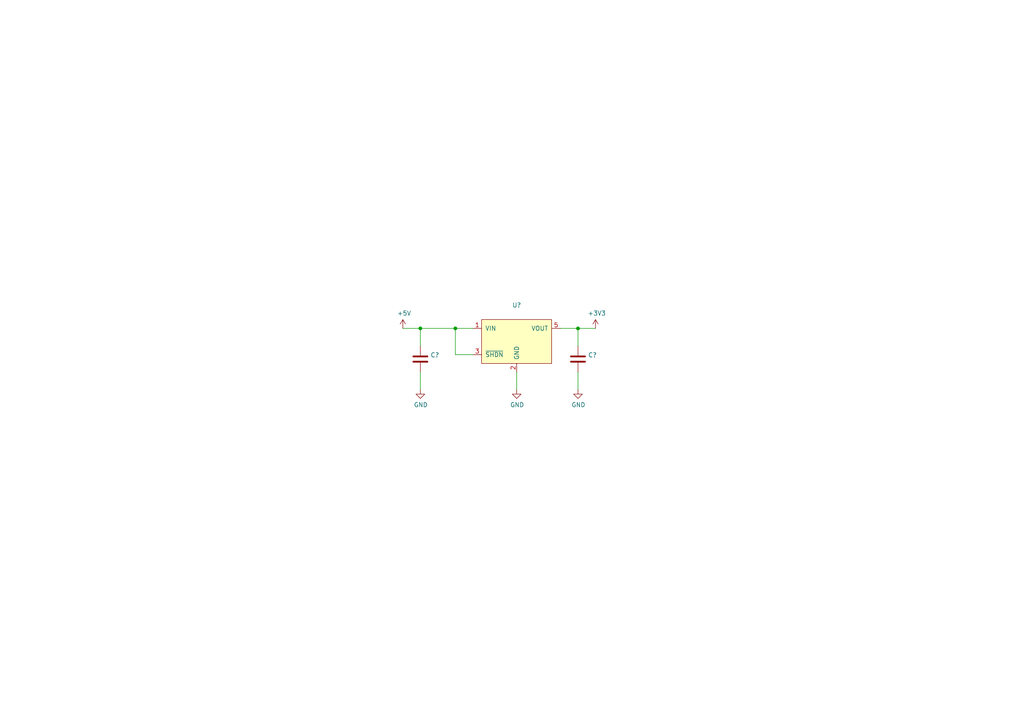
<source format=kicad_sch>
(kicad_sch (version 20211123) (generator eeschema)
  (paper "A4")
  (title_block (title "NuDAC") (date "2021-06-02") (rev "1.0.0") (company "DANCHOUZHOU") (comment 1 "Copyright © Danny Chou, all rights reserved.") (comment 2 "danchouzhou@gmail.com"))
  (lib_symbols
    (symbol "MCP1811:MCP1812BT-033_OT" (pin_names (offset 1.016))
      (property "Reference" "U" (at 0 10.16 0))
      (property "Value" "MCP1812BT-033_OT" (at 0 7.62 0))
      (symbol "MCP1812BT-033_OT_0_0"
        (pin power_in line (at -12.7 3.81 0) (length 2.54) (name "VIN") (number "1"))
        (pin power_in line (at 0 -8.89 90) (length 2.54) (name "GND") (number "2"))
        (pin input line (at -12.7 -3.81 0) (length 2.54) (name "~{SHDN}") (number "3"))
        (pin output line (at 12.7 3.81 180) (length 2.54) (name "VOUT") (number "5"))
      )
      (symbol "MCP1812BT-033_OT_0_1"
        (rectangle (start -10.16 6.35) (end 10.16 -6.35) (fill (type background)))
      )
    )
    (symbol "NuDAC-rescue:+3V3-power" (power) (pin_names (offset 0))
      (property "Value" "+3V3-power" (at 0 3.556 0))
      (symbol "+3V3-power_0_1"
        (polyline (pts (xy -0.762 1.27) (xy 0 2.54)))
        (polyline (pts (xy 0 0) (xy 0 2.54)))
        (polyline (pts (xy 0 2.54) (xy 0.762 1.27)))
      )
      (symbol "+3V3-power_1_1"
        (pin power_in line (at 0 0 90) (length 0) hide (name "+3V3") (number "1"))
      )
    )
    (symbol "NuDAC-rescue:+5V-power" (power) (pin_names (offset 0))
      (property "Value" "+5V-power" (at 0 3.556 0))
      (symbol "+5V-power_0_1"
        (polyline (pts (xy -0.762 1.27) (xy 0 2.54)))
        (polyline (pts (xy 0 0) (xy 0 2.54)))
        (polyline (pts (xy 0 2.54) (xy 0.762 1.27)))
      )
      (symbol "+5V-power_1_1"
        (pin power_in line (at 0 0 90) (length 0) hide (name "+5V") (number "1"))
      )
    )
    (symbol "NuDAC-rescue:C-Device" (pin_numbers hide) (pin_names (offset 0.254))
      (property "Reference" "C" (at 0.635 2.54 0))
      (property "Value" "C-Device" (at 0.635 -2.54 0))
      (symbol "C-Device_0_1"
        (polyline (pts (xy -2.032 -0.762) (xy 2.032 -0.762)) (stroke (width 0.508)))
        (polyline (pts (xy -2.032 0.762) (xy 2.032 0.762)) (stroke (width 0.508)))
      )
      (symbol "C-Device_1_1"
        (pin passive line (at 0 3.81 270) (length 2.794) (name "~") (number "1"))
        (pin passive line (at 0 -3.81 90) (length 2.794) (name "~") (number "2"))
      )
    )
    (symbol "NuDAC-rescue:GND-power" (power) (pin_names (offset 0))
      (property "Value" "GND-power" (at 0 -3.81 0))
      (symbol "GND-power_0_1"
        (polyline (pts (xy 0 0) (xy 0 -1.27) (xy 1.27 -1.27) (xy 0 -2.54) (xy -1.27 -1.27) (xy 0 -1.27)))
      )
      (symbol "GND-power_1_1"
        (pin power_in line (at 0 0 270) (length 0) hide (name "GND") (number "1"))
      )
    )
  )
  (junction (at 167.64 95.25))
  (junction (at 121.92 95.25))
  (junction (at 132.08 95.25))
  (wire (pts (xy 116.84 95.25) (xy 121.92 95.25)))
  (wire (pts (xy 149.86 107.95) (xy 149.86 113.03)))
  (wire (pts (xy 172.72 95.25) (xy 167.64 95.25)))
  (wire (pts (xy 167.64 113.03) (xy 167.64 107.95)))
  (wire (pts (xy 132.08 95.25) (xy 132.08 102.87)))
  (wire (pts (xy 167.64 95.25) (xy 167.64 100.33)))
  (wire (pts (xy 121.92 113.03) (xy 121.92 107.95)))
  (wire (pts (xy 132.08 102.87) (xy 137.16 102.87)))
  (wire (pts (xy 132.08 95.25) (xy 137.16 95.25)))
  (wire (pts (xy 162.56 95.25) (xy 167.64 95.25)))
  (wire (pts (xy 121.92 95.25) (xy 121.92 100.33)))
  (wire (pts (xy 121.92 95.25) (xy 132.08 95.25)))
  (symbol (lib_id "MCP1811:MCP1812BT-033_OT") (at 149.86 99.06 0) (unit 1)
    (property "Reference" "U?" (at 149.86 88.519 0))
  )
  (symbol (lib_id "NuDAC-rescue:C-Device") (at 121.92 104.14 0) (unit 1)
    (property "Reference" "C?" (at 124.841 102.9716 0) (effects (justify left)))
  )
  (symbol (lib_id "NuDAC-rescue:GND-power") (at 121.92 113.03 0) (unit 1)
    (property "Reference" "#PWR?" (effects hide))
  )
  (symbol (lib_id "NuDAC-rescue:GND-power") (at 149.86 113.03 0) (unit 1)
    (property "Reference" "#PWR?" (effects hide))
  )
  (symbol (lib_id "NuDAC-rescue:C-Device") (at 167.64 104.14 0) (unit 1)
    (property "Reference" "C?" (at 170.561 102.9716 0) (effects (justify left)))
  )
  (symbol (lib_id "NuDAC-rescue:GND-power") (at 167.64 113.03 0) (unit 1)
    (property "Reference" "#PWR?" (effects hide))
  )
  (symbol (lib_id "NuDAC-rescue:+3V3-power") (at 172.72 95.25 0) (unit 1)
    (property "Reference" "#PWR?" (effects hide))
  )
  (symbol (lib_id "NuDAC-rescue:+5V-power") (at 116.84 95.25 0) (unit 1)
    (property "Reference" "#PWR?" (effects hide))
  )
)
</source>
